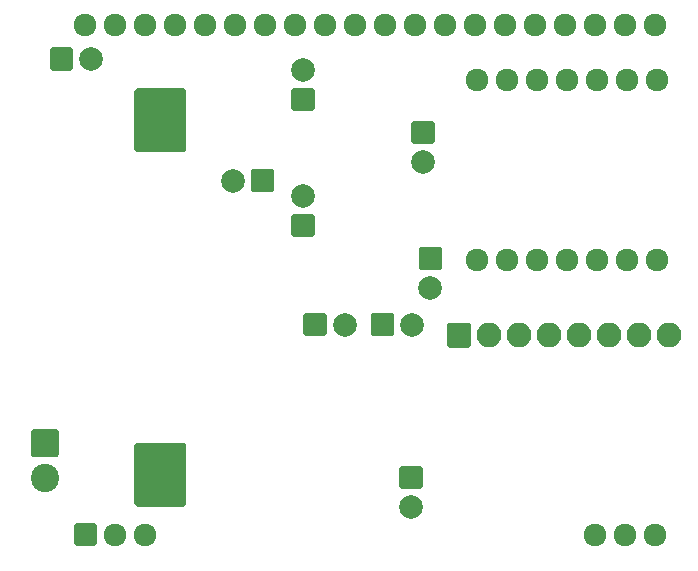
<source format=gbr>
G04 #@! TF.GenerationSoftware,KiCad,Pcbnew,(5.1.9-0-10_14)*
G04 #@! TF.CreationDate,2022-07-17T12:53:42+02:00*
G04 #@! TF.ProjectId,sandsim,73616e64-7369-46d2-9e6b-696361645f70,rev?*
G04 #@! TF.SameCoordinates,Original*
G04 #@! TF.FileFunction,Soldermask,Top*
G04 #@! TF.FilePolarity,Negative*
%FSLAX46Y46*%
G04 Gerber Fmt 4.6, Leading zero omitted, Abs format (unit mm)*
G04 Created by KiCad (PCBNEW (5.1.9-0-10_14)) date 2022-07-17 12:53:42*
%MOMM*%
%LPD*%
G01*
G04 APERTURE LIST*
%ADD10C,2.400000*%
%ADD11C,2.000000*%
%ADD12C,1.924000*%
%ADD13O,2.100000X2.100000*%
G04 APERTURE END LIST*
D10*
G04 #@! TO.C,SW1*
X52451000Y-91957000D03*
G36*
G01*
X51551000Y-87827000D02*
X53351000Y-87827000D01*
G75*
G02*
X53651000Y-88127000I0J-300000D01*
G01*
X53651000Y-89927000D01*
G75*
G02*
X53351000Y-90227000I-300000J0D01*
G01*
X51551000Y-90227000D01*
G75*
G02*
X51251000Y-89927000I0J300000D01*
G01*
X51251000Y-88127000D01*
G75*
G02*
X51551000Y-87827000I300000J0D01*
G01*
G37*
G04 #@! TD*
D11*
G04 #@! TO.C,C9*
X74295000Y-68112000D03*
G36*
G01*
X75095000Y-71612000D02*
X73495000Y-71612000D01*
G75*
G02*
X73295000Y-71412000I0J200000D01*
G01*
X73295000Y-69812000D01*
G75*
G02*
X73495000Y-69612000I200000J0D01*
G01*
X75095000Y-69612000D01*
G75*
G02*
X75295000Y-69812000I0J-200000D01*
G01*
X75295000Y-71412000D01*
G75*
G02*
X75095000Y-71612000I-200000J0D01*
G01*
G37*
G04 #@! TD*
G04 #@! TO.C,C8*
X68366000Y-66802000D03*
G36*
G01*
X71866000Y-66002000D02*
X71866000Y-67602000D01*
G75*
G02*
X71666000Y-67802000I-200000J0D01*
G01*
X70066000Y-67802000D01*
G75*
G02*
X69866000Y-67602000I0J200000D01*
G01*
X69866000Y-66002000D01*
G75*
G02*
X70066000Y-65802000I200000J0D01*
G01*
X71666000Y-65802000D01*
G75*
G02*
X71866000Y-66002000I0J-200000D01*
G01*
G37*
G04 #@! TD*
G04 #@! TO.C,C7*
X84455000Y-65238000D03*
G36*
G01*
X83655000Y-61738000D02*
X85255000Y-61738000D01*
G75*
G02*
X85455000Y-61938000I0J-200000D01*
G01*
X85455000Y-63538000D01*
G75*
G02*
X85255000Y-63738000I-200000J0D01*
G01*
X83655000Y-63738000D01*
G75*
G02*
X83455000Y-63538000I0J200000D01*
G01*
X83455000Y-61938000D01*
G75*
G02*
X83655000Y-61738000I200000J0D01*
G01*
G37*
G04 #@! TD*
G04 #@! TO.C,C6*
X83439000Y-94448000D03*
G36*
G01*
X82639000Y-90948000D02*
X84239000Y-90948000D01*
G75*
G02*
X84439000Y-91148000I0J-200000D01*
G01*
X84439000Y-92748000D01*
G75*
G02*
X84239000Y-92948000I-200000J0D01*
G01*
X82639000Y-92948000D01*
G75*
G02*
X82439000Y-92748000I0J200000D01*
G01*
X82439000Y-91148000D01*
G75*
G02*
X82639000Y-90948000I200000J0D01*
G01*
G37*
G04 #@! TD*
G04 #@! TO.C,C5*
X56348000Y-56515000D03*
G36*
G01*
X52848000Y-57315000D02*
X52848000Y-55715000D01*
G75*
G02*
X53048000Y-55515000I200000J0D01*
G01*
X54648000Y-55515000D01*
G75*
G02*
X54848000Y-55715000I0J-200000D01*
G01*
X54848000Y-57315000D01*
G75*
G02*
X54648000Y-57515000I-200000J0D01*
G01*
X53048000Y-57515000D01*
G75*
G02*
X52848000Y-57315000I0J200000D01*
G01*
G37*
G04 #@! TD*
G04 #@! TO.C,C4*
X77811000Y-78994000D03*
G36*
G01*
X74311000Y-79794000D02*
X74311000Y-78194000D01*
G75*
G02*
X74511000Y-77994000I200000J0D01*
G01*
X76111000Y-77994000D01*
G75*
G02*
X76311000Y-78194000I0J-200000D01*
G01*
X76311000Y-79794000D01*
G75*
G02*
X76111000Y-79994000I-200000J0D01*
G01*
X74511000Y-79994000D01*
G75*
G02*
X74311000Y-79794000I0J200000D01*
G01*
G37*
G04 #@! TD*
G04 #@! TO.C,C3*
X83526000Y-78994000D03*
G36*
G01*
X80026000Y-79794000D02*
X80026000Y-78194000D01*
G75*
G02*
X80226000Y-77994000I200000J0D01*
G01*
X81826000Y-77994000D01*
G75*
G02*
X82026000Y-78194000I0J-200000D01*
G01*
X82026000Y-79794000D01*
G75*
G02*
X81826000Y-79994000I-200000J0D01*
G01*
X80226000Y-79994000D01*
G75*
G02*
X80026000Y-79794000I0J200000D01*
G01*
G37*
G04 #@! TD*
G04 #@! TO.C,C2*
X85090000Y-75906000D03*
G36*
G01*
X84290000Y-72406000D02*
X85890000Y-72406000D01*
G75*
G02*
X86090000Y-72606000I0J-200000D01*
G01*
X86090000Y-74206000D01*
G75*
G02*
X85890000Y-74406000I-200000J0D01*
G01*
X84290000Y-74406000D01*
G75*
G02*
X84090000Y-74206000I0J200000D01*
G01*
X84090000Y-72606000D01*
G75*
G02*
X84290000Y-72406000I200000J0D01*
G01*
G37*
G04 #@! TD*
G04 #@! TO.C,C1*
X74295000Y-57444000D03*
G36*
G01*
X75095000Y-60944000D02*
X73495000Y-60944000D01*
G75*
G02*
X73295000Y-60744000I0J200000D01*
G01*
X73295000Y-59144000D01*
G75*
G02*
X73495000Y-58944000I200000J0D01*
G01*
X75095000Y-58944000D01*
G75*
G02*
X75295000Y-59144000I0J-200000D01*
G01*
X75295000Y-60744000D01*
G75*
G02*
X75095000Y-60944000I-200000J0D01*
G01*
G37*
G04 #@! TD*
D12*
G04 #@! TO.C,U1*
X104267000Y-73533000D03*
X101727000Y-73533000D03*
X99187000Y-73533000D03*
X96647000Y-73533000D03*
X94107000Y-73533000D03*
X91567000Y-73533000D03*
X89027000Y-73533000D03*
X89027000Y-58293000D03*
X91567000Y-58293000D03*
X94107000Y-58293000D03*
X96647000Y-58293000D03*
X99187000Y-58293000D03*
X101727000Y-58293000D03*
X104267000Y-58293000D03*
G04 #@! TD*
D13*
G04 #@! TO.C,U3*
X105283000Y-79883000D03*
X102743000Y-79883000D03*
X100203000Y-79883000D03*
X97663000Y-79883000D03*
X95123000Y-79883000D03*
X92583000Y-79883000D03*
X90043000Y-79883000D03*
G36*
G01*
X86653000Y-78833000D02*
X88353000Y-78833000D01*
G75*
G02*
X88553000Y-79033000I0J-200000D01*
G01*
X88553000Y-80733000D01*
G75*
G02*
X88353000Y-80933000I-200000J0D01*
G01*
X86653000Y-80933000D01*
G75*
G02*
X86453000Y-80733000I0J200000D01*
G01*
X86453000Y-79033000D01*
G75*
G02*
X86653000Y-78833000I200000J0D01*
G01*
G37*
G04 #@! TD*
D12*
G04 #@! TO.C,U2*
X55880000Y-53594000D03*
X58420000Y-53594000D03*
X60960000Y-53594000D03*
X63500000Y-53594000D03*
X66040000Y-53594000D03*
X68580000Y-53594000D03*
X71120000Y-53594000D03*
X73660000Y-53594000D03*
X76200000Y-53594000D03*
X78740000Y-53594000D03*
X81280000Y-53594000D03*
X83820000Y-53594000D03*
X86360000Y-53594000D03*
X88900000Y-53594000D03*
X91440000Y-53594000D03*
X93980000Y-53594000D03*
X96520000Y-53594000D03*
X99060000Y-53594000D03*
X101600000Y-53594000D03*
X104140000Y-53594000D03*
X104140000Y-96774000D03*
X101600000Y-96774000D03*
X99060000Y-96774000D03*
X60960000Y-96774000D03*
X58420000Y-96774000D03*
G36*
G01*
X54918000Y-97536000D02*
X54918000Y-96012000D01*
G75*
G02*
X55118000Y-95812000I200000J0D01*
G01*
X56642000Y-95812000D01*
G75*
G02*
X56842000Y-96012000I0J-200000D01*
G01*
X56842000Y-97536000D01*
G75*
G02*
X56642000Y-97736000I-200000J0D01*
G01*
X55118000Y-97736000D01*
G75*
G02*
X54918000Y-97536000I0J200000D01*
G01*
G37*
G04 #@! TD*
G04 #@! TO.C,BT1*
G36*
G01*
X60230000Y-58994000D02*
X64230000Y-58994000D01*
G75*
G02*
X64430000Y-59194000I0J-200000D01*
G01*
X64430000Y-64194000D01*
G75*
G02*
X64230000Y-64394000I-200000J0D01*
G01*
X60230000Y-64394000D01*
G75*
G02*
X60030000Y-64194000I0J200000D01*
G01*
X60030000Y-59194000D01*
G75*
G02*
X60230000Y-58994000I200000J0D01*
G01*
G37*
G36*
G01*
X60230000Y-88994000D02*
X64230000Y-88994000D01*
G75*
G02*
X64430000Y-89194000I0J-200000D01*
G01*
X64430000Y-94194000D01*
G75*
G02*
X64230000Y-94394000I-200000J0D01*
G01*
X60230000Y-94394000D01*
G75*
G02*
X60030000Y-94194000I0J200000D01*
G01*
X60030000Y-89194000D01*
G75*
G02*
X60230000Y-88994000I200000J0D01*
G01*
G37*
G04 #@! TD*
M02*

</source>
